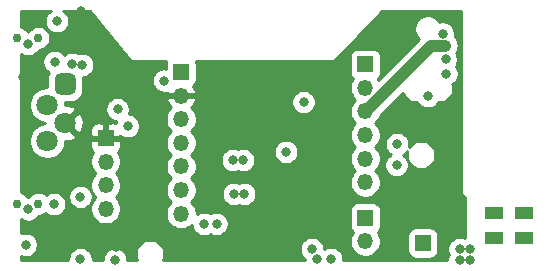
<source format=gbr>
%TF.GenerationSoftware,KiCad,Pcbnew,(5.1.6-0-10_14)*%
%TF.CreationDate,2020-10-08T00:08:50+03:00*%
%TF.ProjectId,ikea-fyrtur,696b6561-2d66-4797-9274-75722e6b6963,rev?*%
%TF.SameCoordinates,Original*%
%TF.FileFunction,Copper,L3,Inr*%
%TF.FilePolarity,Positive*%
%FSLAX46Y46*%
G04 Gerber Fmt 4.6, Leading zero omitted, Abs format (unit mm)*
G04 Created by KiCad (PCBNEW (5.1.6-0-10_14)) date 2020-10-08 00:08:50*
%MOMM*%
%LPD*%
G01*
G04 APERTURE LIST*
%TA.AperFunction,WasherPad*%
%ADD10C,0.750000*%
%TD*%
%TA.AperFunction,ViaPad*%
%ADD11R,1.500000X1.100000*%
%TD*%
%TA.AperFunction,ViaPad*%
%ADD12C,1.800000*%
%TD*%
%TA.AperFunction,ViaPad*%
%ADD13R,1.350000X1.350000*%
%TD*%
%TA.AperFunction,ViaPad*%
%ADD14O,1.350000X1.350000*%
%TD*%
%TA.AperFunction,ViaPad*%
%ADD15C,0.800000*%
%TD*%
%TA.AperFunction,Conductor*%
%ADD16C,1.000000*%
%TD*%
%TA.AperFunction,Conductor*%
%ADD17C,0.254000*%
%TD*%
G04 APERTURE END LIST*
D10*
%TO.N,*%
%TO.C,SW4*%
X90890500Y-78295500D03*
X92646500Y-78295500D03*
%TD*%
%TO.N,*%
%TO.C,SW3*%
X90890500Y-92329000D03*
X92646500Y-92329000D03*
%TD*%
D11*
%TO.N,GND*%
%TO.C,J2*%
X133794500Y-95250000D03*
%TO.N,RXD2*%
X133794500Y-93091000D03*
%TO.N,TXD2*%
X131254500Y-95250000D03*
%TO.N,+7.5V*%
X131254500Y-93091000D03*
%TD*%
%TO.N,Net-(D1-Pad4)*%
%TO.C,D1*%
%TA.AperFunction,ViaPad*%
G36*
G01*
X94495200Y-81294400D02*
X95395200Y-81294400D01*
G75*
G02*
X95845200Y-81744400I0J-450000D01*
G01*
X95845200Y-82644400D01*
G75*
G02*
X95395200Y-83094400I-450000J0D01*
G01*
X94495200Y-83094400D01*
G75*
G02*
X94045200Y-82644400I0J450000D01*
G01*
X94045200Y-81744400D01*
G75*
G02*
X94495200Y-81294400I450000J0D01*
G01*
G37*
%TD.AperFunction*%
D12*
%TO.N,GND*%
X93421200Y-83972400D03*
%TO.N,+3V3*%
X94945200Y-85496400D03*
%TO.N,Net-(D1-Pad1)*%
X93421200Y-87020400D03*
%TD*%
D13*
%TO.N,GPIO15*%
%TO.C,J8*%
X125222000Y-95656400D03*
%TD*%
D14*
%TO.N,SDA*%
%TO.C,J6*%
X98348800Y-92766400D03*
%TO.N,SCL*%
X98348800Y-90766400D03*
%TO.N,GND*%
X98348800Y-88766400D03*
D13*
%TO.N,+3V3*%
X98348800Y-86766400D03*
%TD*%
D14*
%TO.N,GND*%
%TO.C,J5*%
X120345200Y-95522800D03*
D13*
%TO.N,EXT_V*%
X120345200Y-93522800D03*
%TD*%
D14*
%TO.N,RTS*%
%TO.C,J4*%
X120345200Y-90518000D03*
%TO.N,TXD0*%
X120345200Y-88518000D03*
%TO.N,RXD0*%
X120345200Y-86518000D03*
%TO.N,VIN*%
X120345200Y-84518000D03*
%TO.N,CTS_DTR*%
X120345200Y-82518000D03*
D13*
%TO.N,GND*%
X120345200Y-80518000D03*
%TD*%
D14*
%TO.N,LED*%
%TO.C,J1*%
X104749600Y-93178400D03*
%TO.N,GPIO0_BTN_DOWN*%
X104749600Y-91178400D03*
%TO.N,TXD2*%
X104749600Y-89178400D03*
%TO.N,RXD2*%
X104749600Y-87178400D03*
%TO.N,BTN_UP*%
X104749600Y-85178400D03*
%TO.N,+3V3*%
X104749600Y-83178400D03*
D13*
%TO.N,GND*%
X104749600Y-81178400D03*
%TD*%
D15*
%TO.N,EN*%
X100228400Y-85750400D03*
%TO.N,GND*%
X91592400Y-95808800D03*
X125628400Y-83210400D03*
X91795600Y-92811600D03*
X91795600Y-78790800D03*
X99161600Y-97078800D03*
X96215200Y-97028000D03*
X127203200Y-81330800D03*
X96367600Y-80568800D03*
X95504000Y-80518000D03*
X129235200Y-97078800D03*
X129235200Y-96164400D03*
X128320800Y-97078800D03*
X128320800Y-96164400D03*
X110083600Y-91490800D03*
X109220000Y-91490800D03*
X109118400Y-88646000D03*
X107746800Y-94030800D03*
X106680000Y-94030800D03*
X109982000Y-88646000D03*
X117449600Y-97028000D03*
X115824000Y-96164400D03*
X116230400Y-97028000D03*
X123037600Y-87274400D03*
X122986800Y-89052400D03*
%TO.N,+3V3*%
X97790000Y-84328000D03*
X95707200Y-94030800D03*
X99212400Y-96012000D03*
X98614200Y-95187800D03*
X99833400Y-95187800D03*
X113334800Y-83718400D03*
X95656400Y-76606400D03*
X112522000Y-88646000D03*
X111556800Y-88646000D03*
X107645200Y-88646000D03*
X106781600Y-88646000D03*
X112471200Y-91490800D03*
X111506000Y-91490800D03*
X113080800Y-94742000D03*
X111912400Y-94742000D03*
X110693200Y-94742000D03*
X96266000Y-75996800D03*
X91338400Y-81635600D03*
%TO.N,TXD0*%
X127152400Y-80111600D03*
%TO.N,RST*%
X103305833Y-81910967D03*
%TO.N,Net-(R11-Pad1)*%
X93980000Y-92354400D03*
%TO.N,Net-(R10-Pad2)*%
X94030800Y-80314800D03*
%TO.N,Net-(R14-Pad2)*%
X115112800Y-83718400D03*
%TO.N,LED*%
X96215200Y-91744800D03*
%TO.N,BTN_UP*%
X94234000Y-76860400D03*
%TO.N,GPIO0_BTN_DOWN*%
X113639600Y-87934800D03*
%TO.N,SCL*%
X99364800Y-84328000D03*
%TO.N,VIN*%
X127152400Y-78892400D03*
X126898400Y-77927200D03*
%TD*%
D16*
%TO.N,VIN*%
X120345200Y-84531200D02*
X120345200Y-84670400D01*
X125937677Y-78938723D02*
X120345200Y-84531200D01*
X127097123Y-78938723D02*
X125937677Y-78938723D01*
%TD*%
D17*
%TO.N,+3V3*%
G36*
X93574226Y-76056463D02*
G01*
X93430063Y-76200626D01*
X93316795Y-76370144D01*
X93238774Y-76558502D01*
X93199000Y-76758461D01*
X93199000Y-76962339D01*
X93238774Y-77162298D01*
X93316795Y-77350656D01*
X93430063Y-77520174D01*
X93574226Y-77664337D01*
X93743744Y-77777605D01*
X93932102Y-77855626D01*
X94132061Y-77895400D01*
X94335939Y-77895400D01*
X94535898Y-77855626D01*
X94724256Y-77777605D01*
X94893774Y-77664337D01*
X95037937Y-77520174D01*
X95151205Y-77350656D01*
X95229226Y-77162298D01*
X95269000Y-76962339D01*
X95269000Y-76758461D01*
X95229226Y-76558502D01*
X95151205Y-76370144D01*
X95037937Y-76200626D01*
X94893774Y-76056463D01*
X94765869Y-75971000D01*
X96998006Y-75971000D01*
X100383336Y-80191069D01*
X100400743Y-80208868D01*
X100421288Y-80222930D01*
X100444182Y-80232713D01*
X100468544Y-80237842D01*
X100482400Y-80238600D01*
X103496120Y-80238600D01*
X103485098Y-80259220D01*
X103448788Y-80378918D01*
X103436528Y-80503400D01*
X103436528Y-80881687D01*
X103407772Y-80875967D01*
X103203894Y-80875967D01*
X103003935Y-80915741D01*
X102815577Y-80993762D01*
X102646059Y-81107030D01*
X102501896Y-81251193D01*
X102388628Y-81420711D01*
X102310607Y-81609069D01*
X102270833Y-81809028D01*
X102270833Y-82012906D01*
X102310607Y-82212865D01*
X102388628Y-82401223D01*
X102501896Y-82570741D01*
X102646059Y-82714904D01*
X102815577Y-82828172D01*
X103003935Y-82906193D01*
X103203894Y-82945967D01*
X103407772Y-82945967D01*
X103526513Y-82922348D01*
X103605376Y-83051400D01*
X104622600Y-83051400D01*
X104622600Y-83031400D01*
X104876600Y-83031400D01*
X104876600Y-83051400D01*
X105893824Y-83051400D01*
X106017510Y-82849000D01*
X105986838Y-82747872D01*
X105879073Y-82514771D01*
X105782041Y-82381519D01*
X105875785Y-82304585D01*
X105955137Y-82207894D01*
X106014102Y-82097580D01*
X106050412Y-81977882D01*
X106062672Y-81853400D01*
X106062672Y-80503400D01*
X106050412Y-80378918D01*
X106014102Y-80259220D01*
X106003080Y-80238600D01*
X117652800Y-80238600D01*
X117677576Y-80236160D01*
X117701401Y-80228933D01*
X117723357Y-80217197D01*
X117745131Y-80198801D01*
X118081165Y-79843000D01*
X119032128Y-79843000D01*
X119032128Y-81193000D01*
X119044388Y-81317482D01*
X119080698Y-81437180D01*
X119139663Y-81547494D01*
X119219015Y-81644185D01*
X119305897Y-81715487D01*
X119184293Y-81897482D01*
X119085542Y-82135887D01*
X119035200Y-82388976D01*
X119035200Y-82647024D01*
X119085542Y-82900113D01*
X119184293Y-83138518D01*
X119327656Y-83353077D01*
X119492579Y-83518000D01*
X119327656Y-83682923D01*
X119184293Y-83897482D01*
X119085542Y-84135887D01*
X119035200Y-84388976D01*
X119035200Y-84647024D01*
X119085542Y-84900113D01*
X119184293Y-85138518D01*
X119327656Y-85353077D01*
X119492579Y-85518000D01*
X119327656Y-85682923D01*
X119184293Y-85897482D01*
X119085542Y-86135887D01*
X119035200Y-86388976D01*
X119035200Y-86647024D01*
X119085542Y-86900113D01*
X119184293Y-87138518D01*
X119327656Y-87353077D01*
X119492579Y-87518000D01*
X119327656Y-87682923D01*
X119184293Y-87897482D01*
X119085542Y-88135887D01*
X119035200Y-88388976D01*
X119035200Y-88647024D01*
X119085542Y-88900113D01*
X119184293Y-89138518D01*
X119327656Y-89353077D01*
X119492579Y-89518000D01*
X119327656Y-89682923D01*
X119184293Y-89897482D01*
X119085542Y-90135887D01*
X119035200Y-90388976D01*
X119035200Y-90647024D01*
X119085542Y-90900113D01*
X119184293Y-91138518D01*
X119327656Y-91353077D01*
X119510123Y-91535544D01*
X119724682Y-91678907D01*
X119963087Y-91777658D01*
X120216176Y-91828000D01*
X120474224Y-91828000D01*
X120727313Y-91777658D01*
X120965718Y-91678907D01*
X121180277Y-91535544D01*
X121362744Y-91353077D01*
X121506107Y-91138518D01*
X121604858Y-90900113D01*
X121655200Y-90647024D01*
X121655200Y-90388976D01*
X121604858Y-90135887D01*
X121506107Y-89897482D01*
X121362744Y-89682923D01*
X121197821Y-89518000D01*
X121362744Y-89353077D01*
X121506107Y-89138518D01*
X121584003Y-88950461D01*
X121951800Y-88950461D01*
X121951800Y-89154339D01*
X121991574Y-89354298D01*
X122069595Y-89542656D01*
X122182863Y-89712174D01*
X122327026Y-89856337D01*
X122496544Y-89969605D01*
X122684902Y-90047626D01*
X122884861Y-90087400D01*
X123088739Y-90087400D01*
X123288698Y-90047626D01*
X123477056Y-89969605D01*
X123646574Y-89856337D01*
X123790737Y-89712174D01*
X123904005Y-89542656D01*
X123982026Y-89354298D01*
X124021800Y-89154339D01*
X124021800Y-88950461D01*
X123982026Y-88750502D01*
X123904005Y-88562144D01*
X123790737Y-88392626D01*
X123646574Y-88248463D01*
X123544668Y-88180372D01*
X123697374Y-88078337D01*
X123841537Y-87934174D01*
X123904168Y-87840440D01*
X123858600Y-88069527D01*
X123858600Y-88308073D01*
X123905138Y-88542036D01*
X123996425Y-88762424D01*
X124128954Y-88960768D01*
X124297632Y-89129446D01*
X124495976Y-89261975D01*
X124716364Y-89353262D01*
X124950327Y-89399800D01*
X125188873Y-89399800D01*
X125422836Y-89353262D01*
X125643224Y-89261975D01*
X125841568Y-89129446D01*
X126010246Y-88960768D01*
X126142775Y-88762424D01*
X126234062Y-88542036D01*
X126280600Y-88308073D01*
X126280600Y-88069527D01*
X126234062Y-87835564D01*
X126142775Y-87615176D01*
X126010246Y-87416832D01*
X125841568Y-87248154D01*
X125643224Y-87115625D01*
X125422836Y-87024338D01*
X125188873Y-86977800D01*
X124950327Y-86977800D01*
X124716364Y-87024338D01*
X124495976Y-87115625D01*
X124297632Y-87248154D01*
X124128954Y-87416832D01*
X124037244Y-87554085D01*
X124072600Y-87376339D01*
X124072600Y-87172461D01*
X124032826Y-86972502D01*
X123954805Y-86784144D01*
X123841537Y-86614626D01*
X123697374Y-86470463D01*
X123527856Y-86357195D01*
X123339498Y-86279174D01*
X123139539Y-86239400D01*
X122935661Y-86239400D01*
X122735702Y-86279174D01*
X122547344Y-86357195D01*
X122377826Y-86470463D01*
X122233663Y-86614626D01*
X122120395Y-86784144D01*
X122042374Y-86972502D01*
X122002600Y-87172461D01*
X122002600Y-87376339D01*
X122042374Y-87576298D01*
X122120395Y-87764656D01*
X122233663Y-87934174D01*
X122377826Y-88078337D01*
X122479732Y-88146428D01*
X122327026Y-88248463D01*
X122182863Y-88392626D01*
X122069595Y-88562144D01*
X121991574Y-88750502D01*
X121951800Y-88950461D01*
X121584003Y-88950461D01*
X121604858Y-88900113D01*
X121655200Y-88647024D01*
X121655200Y-88388976D01*
X121604858Y-88135887D01*
X121506107Y-87897482D01*
X121362744Y-87682923D01*
X121197821Y-87518000D01*
X121362744Y-87353077D01*
X121506107Y-87138518D01*
X121604858Y-86900113D01*
X121655200Y-86647024D01*
X121655200Y-86388976D01*
X121604858Y-86135887D01*
X121506107Y-85897482D01*
X121362744Y-85682923D01*
X121197821Y-85518000D01*
X121362744Y-85353077D01*
X121506107Y-85138518D01*
X121604858Y-84900113D01*
X121610678Y-84870853D01*
X123533005Y-82948526D01*
X123610741Y-83136198D01*
X123734439Y-83321324D01*
X123891876Y-83478761D01*
X124077002Y-83602459D01*
X124282704Y-83687663D01*
X124501075Y-83731100D01*
X124723725Y-83731100D01*
X124730620Y-83729728D01*
X124824463Y-83870174D01*
X124968626Y-84014337D01*
X125138144Y-84127605D01*
X125326502Y-84205626D01*
X125526461Y-84245400D01*
X125730339Y-84245400D01*
X125930298Y-84205626D01*
X126118656Y-84127605D01*
X126288174Y-84014337D01*
X126432337Y-83870174D01*
X126526180Y-83729728D01*
X126533075Y-83731100D01*
X126755725Y-83731100D01*
X126974096Y-83687663D01*
X127179798Y-83602459D01*
X127364924Y-83478761D01*
X127522361Y-83321324D01*
X127646059Y-83136198D01*
X127731263Y-82930496D01*
X127774700Y-82712125D01*
X127774700Y-82489475D01*
X127731263Y-82271104D01*
X127715574Y-82233226D01*
X127862974Y-82134737D01*
X128007137Y-81990574D01*
X128120405Y-81821056D01*
X128198426Y-81632698D01*
X128238200Y-81432739D01*
X128238200Y-81228861D01*
X128198426Y-81028902D01*
X128120405Y-80840544D01*
X128015262Y-80683186D01*
X128069605Y-80601856D01*
X128147626Y-80413498D01*
X128187400Y-80213539D01*
X128187400Y-80009661D01*
X128147626Y-79809702D01*
X128069605Y-79621344D01*
X128040699Y-79578083D01*
X128045407Y-79572346D01*
X128150799Y-79375170D01*
X128215700Y-79161222D01*
X128237614Y-78938723D01*
X128215700Y-78716224D01*
X128150799Y-78502276D01*
X128045407Y-78305100D01*
X127911068Y-78141408D01*
X127933400Y-78029139D01*
X127933400Y-77825261D01*
X127893626Y-77625302D01*
X127815605Y-77436944D01*
X127702337Y-77267426D01*
X127558174Y-77123263D01*
X127388656Y-77009995D01*
X127200298Y-76931974D01*
X127000339Y-76892200D01*
X126796461Y-76892200D01*
X126596502Y-76931974D01*
X126594824Y-76932669D01*
X126506361Y-76800276D01*
X126348924Y-76642839D01*
X126163798Y-76519141D01*
X125958096Y-76433937D01*
X125739725Y-76390500D01*
X125517075Y-76390500D01*
X125298704Y-76433937D01*
X125093002Y-76519141D01*
X124907876Y-76642839D01*
X124750439Y-76800276D01*
X124626741Y-76985402D01*
X124541537Y-77191104D01*
X124498100Y-77409475D01*
X124498100Y-77632125D01*
X124541537Y-77850496D01*
X124626741Y-78056198D01*
X124750439Y-78241324D01*
X124890192Y-78381077D01*
X121453107Y-81818162D01*
X121384503Y-81715487D01*
X121471385Y-81644185D01*
X121550737Y-81547494D01*
X121609702Y-81437180D01*
X121646012Y-81317482D01*
X121658272Y-81193000D01*
X121658272Y-79843000D01*
X121646012Y-79718518D01*
X121609702Y-79598820D01*
X121550737Y-79488506D01*
X121471385Y-79391815D01*
X121374694Y-79312463D01*
X121264380Y-79253498D01*
X121144682Y-79217188D01*
X121020200Y-79204928D01*
X119670200Y-79204928D01*
X119545718Y-79217188D01*
X119426020Y-79253498D01*
X119315706Y-79312463D01*
X119219015Y-79391815D01*
X119139663Y-79488506D01*
X119080698Y-79598820D01*
X119044388Y-79718518D01*
X119032128Y-79843000D01*
X118081165Y-79843000D01*
X121738054Y-75971000D01*
X128435501Y-75971000D01*
X128435500Y-91153581D01*
X128432307Y-91186000D01*
X128445050Y-91315383D01*
X128482790Y-91439793D01*
X128544075Y-91554450D01*
X128626552Y-91654948D01*
X128727050Y-91737425D01*
X128766115Y-91758305D01*
X128758145Y-95225279D01*
X128622698Y-95169174D01*
X128422739Y-95129400D01*
X128218861Y-95129400D01*
X128018902Y-95169174D01*
X127830544Y-95247195D01*
X127661026Y-95360463D01*
X127516863Y-95504626D01*
X127403595Y-95674144D01*
X127325574Y-95862502D01*
X127285800Y-96062461D01*
X127285800Y-96266339D01*
X127325574Y-96466298D01*
X127389903Y-96621600D01*
X127325574Y-96776902D01*
X127285800Y-96976861D01*
X127285800Y-97130000D01*
X118484588Y-97130000D01*
X118484600Y-97129939D01*
X118484600Y-96926061D01*
X118444826Y-96726102D01*
X118366805Y-96537744D01*
X118253537Y-96368226D01*
X118109374Y-96224063D01*
X117939856Y-96110795D01*
X117751498Y-96032774D01*
X117551539Y-95993000D01*
X117347661Y-95993000D01*
X117147702Y-96032774D01*
X116959344Y-96110795D01*
X116859000Y-96177843D01*
X116859000Y-96062461D01*
X116819226Y-95862502D01*
X116741205Y-95674144D01*
X116627937Y-95504626D01*
X116483774Y-95360463D01*
X116314256Y-95247195D01*
X116125898Y-95169174D01*
X115925939Y-95129400D01*
X115722061Y-95129400D01*
X115522102Y-95169174D01*
X115333744Y-95247195D01*
X115164226Y-95360463D01*
X115020063Y-95504626D01*
X114906795Y-95674144D01*
X114828774Y-95862502D01*
X114789000Y-96062461D01*
X114789000Y-96266339D01*
X114828774Y-96466298D01*
X114906795Y-96654656D01*
X115020063Y-96824174D01*
X115164226Y-96968337D01*
X115195400Y-96989167D01*
X115195400Y-97129939D01*
X115195412Y-97130000D01*
X103187150Y-97130000D01*
X103272462Y-96924036D01*
X103319000Y-96690073D01*
X103319000Y-96451527D01*
X103272462Y-96217564D01*
X103181175Y-95997176D01*
X103048646Y-95798832D01*
X102879968Y-95630154D01*
X102681624Y-95497625D01*
X102461236Y-95406338D01*
X102227273Y-95359800D01*
X101988727Y-95359800D01*
X101754764Y-95406338D01*
X101534376Y-95497625D01*
X101336032Y-95630154D01*
X101167354Y-95798832D01*
X101034825Y-95997176D01*
X100943538Y-96217564D01*
X100897000Y-96451527D01*
X100897000Y-96690073D01*
X100943538Y-96924036D01*
X101028850Y-97130000D01*
X100196600Y-97130000D01*
X100196600Y-96976861D01*
X100156826Y-96776902D01*
X100078805Y-96588544D01*
X99965537Y-96419026D01*
X99821374Y-96274863D01*
X99651856Y-96161595D01*
X99463498Y-96083574D01*
X99263539Y-96043800D01*
X99059661Y-96043800D01*
X98859702Y-96083574D01*
X98671344Y-96161595D01*
X98501826Y-96274863D01*
X98357663Y-96419026D01*
X98244395Y-96588544D01*
X98166374Y-96776902D01*
X98126600Y-96976861D01*
X98126600Y-97130000D01*
X97250188Y-97130000D01*
X97250200Y-97129939D01*
X97250200Y-96926061D01*
X97210426Y-96726102D01*
X97132405Y-96537744D01*
X97019137Y-96368226D01*
X96874974Y-96224063D01*
X96705456Y-96110795D01*
X96517098Y-96032774D01*
X96317139Y-95993000D01*
X96113261Y-95993000D01*
X95913302Y-96032774D01*
X95724944Y-96110795D01*
X95555426Y-96224063D01*
X95411263Y-96368226D01*
X95297995Y-96537744D01*
X95219974Y-96726102D01*
X95180200Y-96926061D01*
X95180200Y-97129939D01*
X95180212Y-97130000D01*
X91211000Y-97130000D01*
X91211000Y-96771095D01*
X91290502Y-96804026D01*
X91490461Y-96843800D01*
X91694339Y-96843800D01*
X91894298Y-96804026D01*
X92082656Y-96726005D01*
X92252174Y-96612737D01*
X92396337Y-96468574D01*
X92509605Y-96299056D01*
X92587626Y-96110698D01*
X92627400Y-95910739D01*
X92627400Y-95706861D01*
X92587626Y-95506902D01*
X92509605Y-95318544D01*
X92396337Y-95149026D01*
X92252174Y-95004863D01*
X92082656Y-94891595D01*
X91894298Y-94813574D01*
X91694339Y-94773800D01*
X91490461Y-94773800D01*
X91290502Y-94813574D01*
X91211000Y-94846505D01*
X91211000Y-93665767D01*
X91305344Y-93728805D01*
X91493702Y-93806826D01*
X91693661Y-93846600D01*
X91897539Y-93846600D01*
X92097498Y-93806826D01*
X92285856Y-93728805D01*
X92455374Y-93615537D01*
X92599537Y-93471374D01*
X92687986Y-93339000D01*
X92745976Y-93339000D01*
X92941106Y-93300186D01*
X93124914Y-93224050D01*
X93281387Y-93119498D01*
X93320226Y-93158337D01*
X93489744Y-93271605D01*
X93678102Y-93349626D01*
X93878061Y-93389400D01*
X94081939Y-93389400D01*
X94281898Y-93349626D01*
X94470256Y-93271605D01*
X94639774Y-93158337D01*
X94783937Y-93014174D01*
X94897205Y-92844656D01*
X94975226Y-92656298D01*
X95015000Y-92456339D01*
X95015000Y-92252461D01*
X94975226Y-92052502D01*
X94897205Y-91864144D01*
X94783937Y-91694626D01*
X94732172Y-91642861D01*
X95180200Y-91642861D01*
X95180200Y-91846739D01*
X95219974Y-92046698D01*
X95297995Y-92235056D01*
X95411263Y-92404574D01*
X95555426Y-92548737D01*
X95724944Y-92662005D01*
X95913302Y-92740026D01*
X96113261Y-92779800D01*
X96317139Y-92779800D01*
X96517098Y-92740026D01*
X96705456Y-92662005D01*
X96874974Y-92548737D01*
X97019137Y-92404574D01*
X97132405Y-92235056D01*
X97210426Y-92046698D01*
X97250200Y-91846739D01*
X97250200Y-91642861D01*
X97210426Y-91442902D01*
X97132405Y-91254544D01*
X97019137Y-91085026D01*
X96874974Y-90940863D01*
X96705456Y-90827595D01*
X96517098Y-90749574D01*
X96317139Y-90709800D01*
X96113261Y-90709800D01*
X95913302Y-90749574D01*
X95724944Y-90827595D01*
X95555426Y-90940863D01*
X95411263Y-91085026D01*
X95297995Y-91254544D01*
X95219974Y-91442902D01*
X95180200Y-91642861D01*
X94732172Y-91642861D01*
X94639774Y-91550463D01*
X94470256Y-91437195D01*
X94281898Y-91359174D01*
X94081939Y-91319400D01*
X93878061Y-91319400D01*
X93678102Y-91359174D01*
X93489744Y-91437195D01*
X93320226Y-91550463D01*
X93308272Y-91562417D01*
X93290337Y-91544482D01*
X93124914Y-91433950D01*
X92941106Y-91357814D01*
X92745976Y-91319000D01*
X92547024Y-91319000D01*
X92351894Y-91357814D01*
X92168086Y-91433950D01*
X92002663Y-91544482D01*
X91861982Y-91685163D01*
X91800886Y-91776600D01*
X91736114Y-91776600D01*
X91675018Y-91685163D01*
X91534337Y-91544482D01*
X91368914Y-91433950D01*
X91211000Y-91368540D01*
X91211000Y-83821216D01*
X91886200Y-83821216D01*
X91886200Y-84123584D01*
X91945189Y-84420143D01*
X92060901Y-84699495D01*
X92228888Y-84950905D01*
X92442695Y-85164712D01*
X92694105Y-85332699D01*
X92973457Y-85448411D01*
X93214715Y-85496400D01*
X92973457Y-85544389D01*
X92694105Y-85660101D01*
X92442695Y-85828088D01*
X92228888Y-86041895D01*
X92060901Y-86293305D01*
X91945189Y-86572657D01*
X91886200Y-86869216D01*
X91886200Y-87171584D01*
X91945189Y-87468143D01*
X92060901Y-87747495D01*
X92228888Y-87998905D01*
X92442695Y-88212712D01*
X92694105Y-88380699D01*
X92973457Y-88496411D01*
X93270016Y-88555400D01*
X93572384Y-88555400D01*
X93868943Y-88496411D01*
X94148295Y-88380699D01*
X94399705Y-88212712D01*
X94613512Y-87998905D01*
X94781499Y-87747495D01*
X94897211Y-87468143D01*
X94902530Y-87441400D01*
X97035728Y-87441400D01*
X97047988Y-87565882D01*
X97084298Y-87685580D01*
X97143263Y-87795894D01*
X97222615Y-87892585D01*
X97309497Y-87963887D01*
X97187893Y-88145882D01*
X97089142Y-88384287D01*
X97038800Y-88637376D01*
X97038800Y-88895424D01*
X97089142Y-89148513D01*
X97187893Y-89386918D01*
X97331256Y-89601477D01*
X97496179Y-89766400D01*
X97331256Y-89931323D01*
X97187893Y-90145882D01*
X97089142Y-90384287D01*
X97038800Y-90637376D01*
X97038800Y-90895424D01*
X97089142Y-91148513D01*
X97187893Y-91386918D01*
X97331256Y-91601477D01*
X97496179Y-91766400D01*
X97331256Y-91931323D01*
X97187893Y-92145882D01*
X97089142Y-92384287D01*
X97038800Y-92637376D01*
X97038800Y-92895424D01*
X97089142Y-93148513D01*
X97187893Y-93386918D01*
X97331256Y-93601477D01*
X97513723Y-93783944D01*
X97728282Y-93927307D01*
X97966687Y-94026058D01*
X98219776Y-94076400D01*
X98477824Y-94076400D01*
X98730913Y-94026058D01*
X98969318Y-93927307D01*
X99183877Y-93783944D01*
X99366344Y-93601477D01*
X99509707Y-93386918D01*
X99608458Y-93148513D01*
X99658800Y-92895424D01*
X99658800Y-92637376D01*
X99608458Y-92384287D01*
X99509707Y-92145882D01*
X99366344Y-91931323D01*
X99201421Y-91766400D01*
X99366344Y-91601477D01*
X99509707Y-91386918D01*
X99608458Y-91148513D01*
X99658800Y-90895424D01*
X99658800Y-90637376D01*
X99608458Y-90384287D01*
X99509707Y-90145882D01*
X99366344Y-89931323D01*
X99201421Y-89766400D01*
X99366344Y-89601477D01*
X99509707Y-89386918D01*
X99608458Y-89148513D01*
X99658800Y-88895424D01*
X99658800Y-88637376D01*
X99608458Y-88384287D01*
X99509707Y-88145882D01*
X99388103Y-87963887D01*
X99474985Y-87892585D01*
X99554337Y-87795894D01*
X99613302Y-87685580D01*
X99649612Y-87565882D01*
X99661872Y-87441400D01*
X99658800Y-87052150D01*
X99500050Y-86893400D01*
X98475800Y-86893400D01*
X98475800Y-86913400D01*
X98221800Y-86913400D01*
X98221800Y-86893400D01*
X97197550Y-86893400D01*
X97038800Y-87052150D01*
X97035728Y-87441400D01*
X94902530Y-87441400D01*
X94956200Y-87171584D01*
X94956200Y-87034332D01*
X95011753Y-87037391D01*
X95311107Y-86994797D01*
X95596399Y-86894622D01*
X95745992Y-86814661D01*
X95829675Y-86560480D01*
X94945200Y-85676005D01*
X94931058Y-85690148D01*
X94751453Y-85510543D01*
X94765595Y-85496400D01*
X95124805Y-85496400D01*
X96009280Y-86380875D01*
X96263461Y-86297192D01*
X96362290Y-86091400D01*
X97035728Y-86091400D01*
X97038800Y-86480650D01*
X97197550Y-86639400D01*
X98221800Y-86639400D01*
X98221800Y-85615150D01*
X98063050Y-85456400D01*
X97673800Y-85453328D01*
X97549318Y-85465588D01*
X97429620Y-85501898D01*
X97319306Y-85560863D01*
X97222615Y-85640215D01*
X97143263Y-85736906D01*
X97084298Y-85847220D01*
X97047988Y-85966918D01*
X97035728Y-86091400D01*
X96362290Y-86091400D01*
X96394358Y-86024625D01*
X96469565Y-85731758D01*
X96486191Y-85429847D01*
X96443597Y-85130493D01*
X96343422Y-84845201D01*
X96263461Y-84695608D01*
X96009280Y-84611925D01*
X95124805Y-85496400D01*
X94765595Y-85496400D01*
X94751453Y-85482258D01*
X94931058Y-85302653D01*
X94945200Y-85316795D01*
X95829675Y-84432320D01*
X95761770Y-84226061D01*
X98329800Y-84226061D01*
X98329800Y-84429939D01*
X98369574Y-84629898D01*
X98447595Y-84818256D01*
X98560863Y-84987774D01*
X98705026Y-85131937D01*
X98874544Y-85245205D01*
X99062902Y-85323226D01*
X99262861Y-85363000D01*
X99268590Y-85363000D01*
X99233174Y-85448502D01*
X99225138Y-85488902D01*
X99148282Y-85465588D01*
X99023800Y-85453328D01*
X98634550Y-85456400D01*
X98475800Y-85615150D01*
X98475800Y-86639400D01*
X99500050Y-86639400D01*
X99578509Y-86560941D01*
X99738144Y-86667605D01*
X99926502Y-86745626D01*
X100126461Y-86785400D01*
X100330339Y-86785400D01*
X100530298Y-86745626D01*
X100718656Y-86667605D01*
X100888174Y-86554337D01*
X101032337Y-86410174D01*
X101145605Y-86240656D01*
X101223626Y-86052298D01*
X101263400Y-85852339D01*
X101263400Y-85648461D01*
X101223626Y-85448502D01*
X101145605Y-85260144D01*
X101032337Y-85090626D01*
X100991087Y-85049376D01*
X103439600Y-85049376D01*
X103439600Y-85307424D01*
X103489942Y-85560513D01*
X103588693Y-85798918D01*
X103732056Y-86013477D01*
X103896979Y-86178400D01*
X103732056Y-86343323D01*
X103588693Y-86557882D01*
X103489942Y-86796287D01*
X103439600Y-87049376D01*
X103439600Y-87307424D01*
X103489942Y-87560513D01*
X103588693Y-87798918D01*
X103732056Y-88013477D01*
X103896979Y-88178400D01*
X103732056Y-88343323D01*
X103588693Y-88557882D01*
X103489942Y-88796287D01*
X103439600Y-89049376D01*
X103439600Y-89307424D01*
X103489942Y-89560513D01*
X103588693Y-89798918D01*
X103732056Y-90013477D01*
X103896979Y-90178400D01*
X103732056Y-90343323D01*
X103588693Y-90557882D01*
X103489942Y-90796287D01*
X103439600Y-91049376D01*
X103439600Y-91307424D01*
X103489942Y-91560513D01*
X103588693Y-91798918D01*
X103732056Y-92013477D01*
X103896979Y-92178400D01*
X103732056Y-92343323D01*
X103588693Y-92557882D01*
X103489942Y-92796287D01*
X103439600Y-93049376D01*
X103439600Y-93307424D01*
X103489942Y-93560513D01*
X103588693Y-93798918D01*
X103732056Y-94013477D01*
X103914523Y-94195944D01*
X104129082Y-94339307D01*
X104367487Y-94438058D01*
X104620576Y-94488400D01*
X104878624Y-94488400D01*
X105131713Y-94438058D01*
X105370118Y-94339307D01*
X105584677Y-94195944D01*
X105645478Y-94135143D01*
X105684774Y-94332698D01*
X105762795Y-94521056D01*
X105876063Y-94690574D01*
X106020226Y-94834737D01*
X106189744Y-94948005D01*
X106378102Y-95026026D01*
X106578061Y-95065800D01*
X106781939Y-95065800D01*
X106981898Y-95026026D01*
X107170256Y-94948005D01*
X107213400Y-94919177D01*
X107256544Y-94948005D01*
X107444902Y-95026026D01*
X107644861Y-95065800D01*
X107848739Y-95065800D01*
X108048698Y-95026026D01*
X108237056Y-94948005D01*
X108406574Y-94834737D01*
X108550737Y-94690574D01*
X108664005Y-94521056D01*
X108742026Y-94332698D01*
X108781800Y-94132739D01*
X108781800Y-93928861D01*
X108742026Y-93728902D01*
X108664005Y-93540544D01*
X108550737Y-93371026D01*
X108406574Y-93226863D01*
X108237056Y-93113595D01*
X108048698Y-93035574D01*
X107848739Y-92995800D01*
X107644861Y-92995800D01*
X107444902Y-93035574D01*
X107256544Y-93113595D01*
X107213400Y-93142423D01*
X107170256Y-93113595D01*
X106981898Y-93035574D01*
X106781939Y-92995800D01*
X106578061Y-92995800D01*
X106378102Y-93035574D01*
X106189744Y-93113595D01*
X106059600Y-93200554D01*
X106059600Y-93049376D01*
X106019505Y-92847800D01*
X119032128Y-92847800D01*
X119032128Y-94197800D01*
X119044388Y-94322282D01*
X119080698Y-94441980D01*
X119139663Y-94552294D01*
X119219015Y-94648985D01*
X119305897Y-94720287D01*
X119184293Y-94902282D01*
X119085542Y-95140687D01*
X119035200Y-95393776D01*
X119035200Y-95651824D01*
X119085542Y-95904913D01*
X119184293Y-96143318D01*
X119327656Y-96357877D01*
X119510123Y-96540344D01*
X119724682Y-96683707D01*
X119963087Y-96782458D01*
X120216176Y-96832800D01*
X120474224Y-96832800D01*
X120727313Y-96782458D01*
X120965718Y-96683707D01*
X121180277Y-96540344D01*
X121362744Y-96357877D01*
X121506107Y-96143318D01*
X121604858Y-95904913D01*
X121655200Y-95651824D01*
X121655200Y-95393776D01*
X121604858Y-95140687D01*
X121538879Y-94981400D01*
X123908928Y-94981400D01*
X123908928Y-96331400D01*
X123921188Y-96455882D01*
X123957498Y-96575580D01*
X124016463Y-96685894D01*
X124095815Y-96782585D01*
X124192506Y-96861937D01*
X124302820Y-96920902D01*
X124422518Y-96957212D01*
X124547000Y-96969472D01*
X125897000Y-96969472D01*
X126021482Y-96957212D01*
X126141180Y-96920902D01*
X126251494Y-96861937D01*
X126348185Y-96782585D01*
X126427537Y-96685894D01*
X126486502Y-96575580D01*
X126522812Y-96455882D01*
X126535072Y-96331400D01*
X126535072Y-94981400D01*
X126522812Y-94856918D01*
X126486502Y-94737220D01*
X126427537Y-94626906D01*
X126348185Y-94530215D01*
X126251494Y-94450863D01*
X126141180Y-94391898D01*
X126021482Y-94355588D01*
X125897000Y-94343328D01*
X124547000Y-94343328D01*
X124422518Y-94355588D01*
X124302820Y-94391898D01*
X124192506Y-94450863D01*
X124095815Y-94530215D01*
X124016463Y-94626906D01*
X123957498Y-94737220D01*
X123921188Y-94856918D01*
X123908928Y-94981400D01*
X121538879Y-94981400D01*
X121506107Y-94902282D01*
X121384503Y-94720287D01*
X121471385Y-94648985D01*
X121550737Y-94552294D01*
X121609702Y-94441980D01*
X121646012Y-94322282D01*
X121658272Y-94197800D01*
X121658272Y-92847800D01*
X121646012Y-92723318D01*
X121609702Y-92603620D01*
X121550737Y-92493306D01*
X121471385Y-92396615D01*
X121374694Y-92317263D01*
X121264380Y-92258298D01*
X121144682Y-92221988D01*
X121020200Y-92209728D01*
X119670200Y-92209728D01*
X119545718Y-92221988D01*
X119426020Y-92258298D01*
X119315706Y-92317263D01*
X119219015Y-92396615D01*
X119139663Y-92493306D01*
X119080698Y-92603620D01*
X119044388Y-92723318D01*
X119032128Y-92847800D01*
X106019505Y-92847800D01*
X106009258Y-92796287D01*
X105910507Y-92557882D01*
X105767144Y-92343323D01*
X105602221Y-92178400D01*
X105767144Y-92013477D01*
X105910507Y-91798918D01*
X106009258Y-91560513D01*
X106043401Y-91388861D01*
X108185000Y-91388861D01*
X108185000Y-91592739D01*
X108224774Y-91792698D01*
X108302795Y-91981056D01*
X108416063Y-92150574D01*
X108560226Y-92294737D01*
X108729744Y-92408005D01*
X108918102Y-92486026D01*
X109118061Y-92525800D01*
X109321939Y-92525800D01*
X109521898Y-92486026D01*
X109651800Y-92432218D01*
X109781702Y-92486026D01*
X109981661Y-92525800D01*
X110185539Y-92525800D01*
X110385498Y-92486026D01*
X110573856Y-92408005D01*
X110743374Y-92294737D01*
X110887537Y-92150574D01*
X111000805Y-91981056D01*
X111078826Y-91792698D01*
X111118600Y-91592739D01*
X111118600Y-91388861D01*
X111078826Y-91188902D01*
X111000805Y-91000544D01*
X110887537Y-90831026D01*
X110743374Y-90686863D01*
X110573856Y-90573595D01*
X110385498Y-90495574D01*
X110185539Y-90455800D01*
X109981661Y-90455800D01*
X109781702Y-90495574D01*
X109651800Y-90549382D01*
X109521898Y-90495574D01*
X109321939Y-90455800D01*
X109118061Y-90455800D01*
X108918102Y-90495574D01*
X108729744Y-90573595D01*
X108560226Y-90686863D01*
X108416063Y-90831026D01*
X108302795Y-91000544D01*
X108224774Y-91188902D01*
X108185000Y-91388861D01*
X106043401Y-91388861D01*
X106059600Y-91307424D01*
X106059600Y-91049376D01*
X106009258Y-90796287D01*
X105910507Y-90557882D01*
X105767144Y-90343323D01*
X105602221Y-90178400D01*
X105767144Y-90013477D01*
X105910507Y-89798918D01*
X106009258Y-89560513D01*
X106059600Y-89307424D01*
X106059600Y-89049376D01*
X106009258Y-88796287D01*
X105910507Y-88557882D01*
X105901273Y-88544061D01*
X108083400Y-88544061D01*
X108083400Y-88747939D01*
X108123174Y-88947898D01*
X108201195Y-89136256D01*
X108314463Y-89305774D01*
X108458626Y-89449937D01*
X108628144Y-89563205D01*
X108816502Y-89641226D01*
X109016461Y-89681000D01*
X109220339Y-89681000D01*
X109420298Y-89641226D01*
X109550200Y-89587418D01*
X109680102Y-89641226D01*
X109880061Y-89681000D01*
X110083939Y-89681000D01*
X110283898Y-89641226D01*
X110472256Y-89563205D01*
X110641774Y-89449937D01*
X110785937Y-89305774D01*
X110899205Y-89136256D01*
X110977226Y-88947898D01*
X111017000Y-88747939D01*
X111017000Y-88544061D01*
X110977226Y-88344102D01*
X110899205Y-88155744D01*
X110785937Y-87986226D01*
X110641774Y-87842063D01*
X110628003Y-87832861D01*
X112604600Y-87832861D01*
X112604600Y-88036739D01*
X112644374Y-88236698D01*
X112722395Y-88425056D01*
X112835663Y-88594574D01*
X112979826Y-88738737D01*
X113149344Y-88852005D01*
X113337702Y-88930026D01*
X113537661Y-88969800D01*
X113741539Y-88969800D01*
X113941498Y-88930026D01*
X114129856Y-88852005D01*
X114299374Y-88738737D01*
X114443537Y-88594574D01*
X114556805Y-88425056D01*
X114634826Y-88236698D01*
X114674600Y-88036739D01*
X114674600Y-87832861D01*
X114634826Y-87632902D01*
X114556805Y-87444544D01*
X114443537Y-87275026D01*
X114299374Y-87130863D01*
X114129856Y-87017595D01*
X113941498Y-86939574D01*
X113741539Y-86899800D01*
X113537661Y-86899800D01*
X113337702Y-86939574D01*
X113149344Y-87017595D01*
X112979826Y-87130863D01*
X112835663Y-87275026D01*
X112722395Y-87444544D01*
X112644374Y-87632902D01*
X112604600Y-87832861D01*
X110628003Y-87832861D01*
X110472256Y-87728795D01*
X110283898Y-87650774D01*
X110083939Y-87611000D01*
X109880061Y-87611000D01*
X109680102Y-87650774D01*
X109550200Y-87704582D01*
X109420298Y-87650774D01*
X109220339Y-87611000D01*
X109016461Y-87611000D01*
X108816502Y-87650774D01*
X108628144Y-87728795D01*
X108458626Y-87842063D01*
X108314463Y-87986226D01*
X108201195Y-88155744D01*
X108123174Y-88344102D01*
X108083400Y-88544061D01*
X105901273Y-88544061D01*
X105767144Y-88343323D01*
X105602221Y-88178400D01*
X105767144Y-88013477D01*
X105910507Y-87798918D01*
X106009258Y-87560513D01*
X106059600Y-87307424D01*
X106059600Y-87049376D01*
X106009258Y-86796287D01*
X105910507Y-86557882D01*
X105767144Y-86343323D01*
X105602221Y-86178400D01*
X105767144Y-86013477D01*
X105910507Y-85798918D01*
X106009258Y-85560513D01*
X106059600Y-85307424D01*
X106059600Y-85049376D01*
X106009258Y-84796287D01*
X105910507Y-84557882D01*
X105767144Y-84343323D01*
X105595540Y-84171719D01*
X105727903Y-84049627D01*
X105879073Y-83842029D01*
X105983355Y-83616461D01*
X114077800Y-83616461D01*
X114077800Y-83820339D01*
X114117574Y-84020298D01*
X114195595Y-84208656D01*
X114308863Y-84378174D01*
X114453026Y-84522337D01*
X114622544Y-84635605D01*
X114810902Y-84713626D01*
X115010861Y-84753400D01*
X115214739Y-84753400D01*
X115414698Y-84713626D01*
X115603056Y-84635605D01*
X115772574Y-84522337D01*
X115916737Y-84378174D01*
X116030005Y-84208656D01*
X116108026Y-84020298D01*
X116147800Y-83820339D01*
X116147800Y-83616461D01*
X116108026Y-83416502D01*
X116030005Y-83228144D01*
X115916737Y-83058626D01*
X115772574Y-82914463D01*
X115603056Y-82801195D01*
X115414698Y-82723174D01*
X115214739Y-82683400D01*
X115010861Y-82683400D01*
X114810902Y-82723174D01*
X114622544Y-82801195D01*
X114453026Y-82914463D01*
X114308863Y-83058626D01*
X114195595Y-83228144D01*
X114117574Y-83416502D01*
X114077800Y-83616461D01*
X105983355Y-83616461D01*
X105986838Y-83608928D01*
X106017510Y-83507800D01*
X105893824Y-83305400D01*
X104876600Y-83305400D01*
X104876600Y-83325400D01*
X104622600Y-83325400D01*
X104622600Y-83305400D01*
X103605376Y-83305400D01*
X103481690Y-83507800D01*
X103512362Y-83608928D01*
X103620127Y-83842029D01*
X103771297Y-84049627D01*
X103903660Y-84171719D01*
X103732056Y-84343323D01*
X103588693Y-84557882D01*
X103489942Y-84796287D01*
X103439600Y-85049376D01*
X100991087Y-85049376D01*
X100888174Y-84946463D01*
X100718656Y-84833195D01*
X100530298Y-84755174D01*
X100330339Y-84715400D01*
X100324610Y-84715400D01*
X100360026Y-84629898D01*
X100399800Y-84429939D01*
X100399800Y-84226061D01*
X100360026Y-84026102D01*
X100282005Y-83837744D01*
X100168737Y-83668226D01*
X100024574Y-83524063D01*
X99855056Y-83410795D01*
X99666698Y-83332774D01*
X99466739Y-83293000D01*
X99262861Y-83293000D01*
X99062902Y-83332774D01*
X98874544Y-83410795D01*
X98705026Y-83524063D01*
X98560863Y-83668226D01*
X98447595Y-83837744D01*
X98369574Y-84026102D01*
X98329800Y-84226061D01*
X95761770Y-84226061D01*
X95745992Y-84178139D01*
X95473425Y-84047242D01*
X95180558Y-83972035D01*
X94956200Y-83959680D01*
X94956200Y-83821216D01*
X94938548Y-83732472D01*
X95395200Y-83732472D01*
X95607472Y-83711565D01*
X95811587Y-83649647D01*
X95999700Y-83549099D01*
X96164583Y-83413783D01*
X96299899Y-83248900D01*
X96400447Y-83060787D01*
X96462365Y-82856672D01*
X96483272Y-82644400D01*
X96483272Y-81744400D01*
X96469424Y-81603800D01*
X96469539Y-81603800D01*
X96669498Y-81564026D01*
X96857856Y-81486005D01*
X97027374Y-81372737D01*
X97171537Y-81228574D01*
X97284805Y-81059056D01*
X97362826Y-80870698D01*
X97402600Y-80670739D01*
X97402600Y-80466861D01*
X97362826Y-80266902D01*
X97284805Y-80078544D01*
X97171537Y-79909026D01*
X97027374Y-79764863D01*
X96857856Y-79651595D01*
X96669498Y-79573574D01*
X96469539Y-79533800D01*
X96265661Y-79533800D01*
X96065702Y-79573574D01*
X95996448Y-79602260D01*
X95994256Y-79600795D01*
X95805898Y-79522774D01*
X95605939Y-79483000D01*
X95402061Y-79483000D01*
X95202102Y-79522774D01*
X95013744Y-79600795D01*
X94864937Y-79700224D01*
X94834737Y-79655026D01*
X94690574Y-79510863D01*
X94521056Y-79397595D01*
X94332698Y-79319574D01*
X94132739Y-79279800D01*
X93928861Y-79279800D01*
X93728902Y-79319574D01*
X93540544Y-79397595D01*
X93371026Y-79510863D01*
X93226863Y-79655026D01*
X93113595Y-79824544D01*
X93035574Y-80012902D01*
X92995800Y-80212861D01*
X92995800Y-80416739D01*
X93035574Y-80616698D01*
X93113595Y-80805056D01*
X93226863Y-80974574D01*
X93371026Y-81118737D01*
X93540544Y-81232005D01*
X93541138Y-81232251D01*
X93489953Y-81328013D01*
X93428035Y-81532128D01*
X93407128Y-81744400D01*
X93407128Y-82437400D01*
X93270016Y-82437400D01*
X92973457Y-82496389D01*
X92694105Y-82612101D01*
X92442695Y-82780088D01*
X92228888Y-82993895D01*
X92060901Y-83245305D01*
X91945189Y-83524657D01*
X91886200Y-83821216D01*
X91211000Y-83821216D01*
X91211000Y-79644967D01*
X91305344Y-79708005D01*
X91493702Y-79786026D01*
X91693661Y-79825800D01*
X91897539Y-79825800D01*
X92097498Y-79786026D01*
X92285856Y-79708005D01*
X92455374Y-79594737D01*
X92599537Y-79450574D01*
X92696472Y-79305500D01*
X92745976Y-79305500D01*
X92941106Y-79266686D01*
X93124914Y-79190550D01*
X93290337Y-79080018D01*
X93431018Y-78939337D01*
X93541550Y-78773914D01*
X93617686Y-78590106D01*
X93656500Y-78394976D01*
X93656500Y-78196024D01*
X93617686Y-78000894D01*
X93541550Y-77817086D01*
X93431018Y-77651663D01*
X93290337Y-77510982D01*
X93124914Y-77400450D01*
X92941106Y-77324314D01*
X92745976Y-77285500D01*
X92547024Y-77285500D01*
X92351894Y-77324314D01*
X92168086Y-77400450D01*
X92002663Y-77510982D01*
X91861982Y-77651663D01*
X91792400Y-77755800D01*
X91744600Y-77755800D01*
X91675018Y-77651663D01*
X91534337Y-77510982D01*
X91368914Y-77400450D01*
X91211000Y-77335040D01*
X91211000Y-75971000D01*
X93702131Y-75971000D01*
X93574226Y-76056463D01*
G37*
X93574226Y-76056463D02*
X93430063Y-76200626D01*
X93316795Y-76370144D01*
X93238774Y-76558502D01*
X93199000Y-76758461D01*
X93199000Y-76962339D01*
X93238774Y-77162298D01*
X93316795Y-77350656D01*
X93430063Y-77520174D01*
X93574226Y-77664337D01*
X93743744Y-77777605D01*
X93932102Y-77855626D01*
X94132061Y-77895400D01*
X94335939Y-77895400D01*
X94535898Y-77855626D01*
X94724256Y-77777605D01*
X94893774Y-77664337D01*
X95037937Y-77520174D01*
X95151205Y-77350656D01*
X95229226Y-77162298D01*
X95269000Y-76962339D01*
X95269000Y-76758461D01*
X95229226Y-76558502D01*
X95151205Y-76370144D01*
X95037937Y-76200626D01*
X94893774Y-76056463D01*
X94765869Y-75971000D01*
X96998006Y-75971000D01*
X100383336Y-80191069D01*
X100400743Y-80208868D01*
X100421288Y-80222930D01*
X100444182Y-80232713D01*
X100468544Y-80237842D01*
X100482400Y-80238600D01*
X103496120Y-80238600D01*
X103485098Y-80259220D01*
X103448788Y-80378918D01*
X103436528Y-80503400D01*
X103436528Y-80881687D01*
X103407772Y-80875967D01*
X103203894Y-80875967D01*
X103003935Y-80915741D01*
X102815577Y-80993762D01*
X102646059Y-81107030D01*
X102501896Y-81251193D01*
X102388628Y-81420711D01*
X102310607Y-81609069D01*
X102270833Y-81809028D01*
X102270833Y-82012906D01*
X102310607Y-82212865D01*
X102388628Y-82401223D01*
X102501896Y-82570741D01*
X102646059Y-82714904D01*
X102815577Y-82828172D01*
X103003935Y-82906193D01*
X103203894Y-82945967D01*
X103407772Y-82945967D01*
X103526513Y-82922348D01*
X103605376Y-83051400D01*
X104622600Y-83051400D01*
X104622600Y-83031400D01*
X104876600Y-83031400D01*
X104876600Y-83051400D01*
X105893824Y-83051400D01*
X106017510Y-82849000D01*
X105986838Y-82747872D01*
X105879073Y-82514771D01*
X105782041Y-82381519D01*
X105875785Y-82304585D01*
X105955137Y-82207894D01*
X106014102Y-82097580D01*
X106050412Y-81977882D01*
X106062672Y-81853400D01*
X106062672Y-80503400D01*
X106050412Y-80378918D01*
X106014102Y-80259220D01*
X106003080Y-80238600D01*
X117652800Y-80238600D01*
X117677576Y-80236160D01*
X117701401Y-80228933D01*
X117723357Y-80217197D01*
X117745131Y-80198801D01*
X118081165Y-79843000D01*
X119032128Y-79843000D01*
X119032128Y-81193000D01*
X119044388Y-81317482D01*
X119080698Y-81437180D01*
X119139663Y-81547494D01*
X119219015Y-81644185D01*
X119305897Y-81715487D01*
X119184293Y-81897482D01*
X119085542Y-82135887D01*
X119035200Y-82388976D01*
X119035200Y-82647024D01*
X119085542Y-82900113D01*
X119184293Y-83138518D01*
X119327656Y-83353077D01*
X119492579Y-83518000D01*
X119327656Y-83682923D01*
X119184293Y-83897482D01*
X119085542Y-84135887D01*
X119035200Y-84388976D01*
X119035200Y-84647024D01*
X119085542Y-84900113D01*
X119184293Y-85138518D01*
X119327656Y-85353077D01*
X119492579Y-85518000D01*
X119327656Y-85682923D01*
X119184293Y-85897482D01*
X119085542Y-86135887D01*
X119035200Y-86388976D01*
X119035200Y-86647024D01*
X119085542Y-86900113D01*
X119184293Y-87138518D01*
X119327656Y-87353077D01*
X119492579Y-87518000D01*
X119327656Y-87682923D01*
X119184293Y-87897482D01*
X119085542Y-88135887D01*
X119035200Y-88388976D01*
X119035200Y-88647024D01*
X119085542Y-88900113D01*
X119184293Y-89138518D01*
X119327656Y-89353077D01*
X119492579Y-89518000D01*
X119327656Y-89682923D01*
X119184293Y-89897482D01*
X119085542Y-90135887D01*
X119035200Y-90388976D01*
X119035200Y-90647024D01*
X119085542Y-90900113D01*
X119184293Y-91138518D01*
X119327656Y-91353077D01*
X119510123Y-91535544D01*
X119724682Y-91678907D01*
X119963087Y-91777658D01*
X120216176Y-91828000D01*
X120474224Y-91828000D01*
X120727313Y-91777658D01*
X120965718Y-91678907D01*
X121180277Y-91535544D01*
X121362744Y-91353077D01*
X121506107Y-91138518D01*
X121604858Y-90900113D01*
X121655200Y-90647024D01*
X121655200Y-90388976D01*
X121604858Y-90135887D01*
X121506107Y-89897482D01*
X121362744Y-89682923D01*
X121197821Y-89518000D01*
X121362744Y-89353077D01*
X121506107Y-89138518D01*
X121584003Y-88950461D01*
X121951800Y-88950461D01*
X121951800Y-89154339D01*
X121991574Y-89354298D01*
X122069595Y-89542656D01*
X122182863Y-89712174D01*
X122327026Y-89856337D01*
X122496544Y-89969605D01*
X122684902Y-90047626D01*
X122884861Y-90087400D01*
X123088739Y-90087400D01*
X123288698Y-90047626D01*
X123477056Y-89969605D01*
X123646574Y-89856337D01*
X123790737Y-89712174D01*
X123904005Y-89542656D01*
X123982026Y-89354298D01*
X124021800Y-89154339D01*
X124021800Y-88950461D01*
X123982026Y-88750502D01*
X123904005Y-88562144D01*
X123790737Y-88392626D01*
X123646574Y-88248463D01*
X123544668Y-88180372D01*
X123697374Y-88078337D01*
X123841537Y-87934174D01*
X123904168Y-87840440D01*
X123858600Y-88069527D01*
X123858600Y-88308073D01*
X123905138Y-88542036D01*
X123996425Y-88762424D01*
X124128954Y-88960768D01*
X124297632Y-89129446D01*
X124495976Y-89261975D01*
X124716364Y-89353262D01*
X124950327Y-89399800D01*
X125188873Y-89399800D01*
X125422836Y-89353262D01*
X125643224Y-89261975D01*
X125841568Y-89129446D01*
X126010246Y-88960768D01*
X126142775Y-88762424D01*
X126234062Y-88542036D01*
X126280600Y-88308073D01*
X126280600Y-88069527D01*
X126234062Y-87835564D01*
X126142775Y-87615176D01*
X126010246Y-87416832D01*
X125841568Y-87248154D01*
X125643224Y-87115625D01*
X125422836Y-87024338D01*
X125188873Y-86977800D01*
X124950327Y-86977800D01*
X124716364Y-87024338D01*
X124495976Y-87115625D01*
X124297632Y-87248154D01*
X124128954Y-87416832D01*
X124037244Y-87554085D01*
X124072600Y-87376339D01*
X124072600Y-87172461D01*
X124032826Y-86972502D01*
X123954805Y-86784144D01*
X123841537Y-86614626D01*
X123697374Y-86470463D01*
X123527856Y-86357195D01*
X123339498Y-86279174D01*
X123139539Y-86239400D01*
X122935661Y-86239400D01*
X122735702Y-86279174D01*
X122547344Y-86357195D01*
X122377826Y-86470463D01*
X122233663Y-86614626D01*
X122120395Y-86784144D01*
X122042374Y-86972502D01*
X122002600Y-87172461D01*
X122002600Y-87376339D01*
X122042374Y-87576298D01*
X122120395Y-87764656D01*
X122233663Y-87934174D01*
X122377826Y-88078337D01*
X122479732Y-88146428D01*
X122327026Y-88248463D01*
X122182863Y-88392626D01*
X122069595Y-88562144D01*
X121991574Y-88750502D01*
X121951800Y-88950461D01*
X121584003Y-88950461D01*
X121604858Y-88900113D01*
X121655200Y-88647024D01*
X121655200Y-88388976D01*
X121604858Y-88135887D01*
X121506107Y-87897482D01*
X121362744Y-87682923D01*
X121197821Y-87518000D01*
X121362744Y-87353077D01*
X121506107Y-87138518D01*
X121604858Y-86900113D01*
X121655200Y-86647024D01*
X121655200Y-86388976D01*
X121604858Y-86135887D01*
X121506107Y-85897482D01*
X121362744Y-85682923D01*
X121197821Y-85518000D01*
X121362744Y-85353077D01*
X121506107Y-85138518D01*
X121604858Y-84900113D01*
X121610678Y-84870853D01*
X123533005Y-82948526D01*
X123610741Y-83136198D01*
X123734439Y-83321324D01*
X123891876Y-83478761D01*
X124077002Y-83602459D01*
X124282704Y-83687663D01*
X124501075Y-83731100D01*
X124723725Y-83731100D01*
X124730620Y-83729728D01*
X124824463Y-83870174D01*
X124968626Y-84014337D01*
X125138144Y-84127605D01*
X125326502Y-84205626D01*
X125526461Y-84245400D01*
X125730339Y-84245400D01*
X125930298Y-84205626D01*
X126118656Y-84127605D01*
X126288174Y-84014337D01*
X126432337Y-83870174D01*
X126526180Y-83729728D01*
X126533075Y-83731100D01*
X126755725Y-83731100D01*
X126974096Y-83687663D01*
X127179798Y-83602459D01*
X127364924Y-83478761D01*
X127522361Y-83321324D01*
X127646059Y-83136198D01*
X127731263Y-82930496D01*
X127774700Y-82712125D01*
X127774700Y-82489475D01*
X127731263Y-82271104D01*
X127715574Y-82233226D01*
X127862974Y-82134737D01*
X128007137Y-81990574D01*
X128120405Y-81821056D01*
X128198426Y-81632698D01*
X128238200Y-81432739D01*
X128238200Y-81228861D01*
X128198426Y-81028902D01*
X128120405Y-80840544D01*
X128015262Y-80683186D01*
X128069605Y-80601856D01*
X128147626Y-80413498D01*
X128187400Y-80213539D01*
X128187400Y-80009661D01*
X128147626Y-79809702D01*
X128069605Y-79621344D01*
X128040699Y-79578083D01*
X128045407Y-79572346D01*
X128150799Y-79375170D01*
X128215700Y-79161222D01*
X128237614Y-78938723D01*
X128215700Y-78716224D01*
X128150799Y-78502276D01*
X128045407Y-78305100D01*
X127911068Y-78141408D01*
X127933400Y-78029139D01*
X127933400Y-77825261D01*
X127893626Y-77625302D01*
X127815605Y-77436944D01*
X127702337Y-77267426D01*
X127558174Y-77123263D01*
X127388656Y-77009995D01*
X127200298Y-76931974D01*
X127000339Y-76892200D01*
X126796461Y-76892200D01*
X126596502Y-76931974D01*
X126594824Y-76932669D01*
X126506361Y-76800276D01*
X126348924Y-76642839D01*
X126163798Y-76519141D01*
X125958096Y-76433937D01*
X125739725Y-76390500D01*
X125517075Y-76390500D01*
X125298704Y-76433937D01*
X125093002Y-76519141D01*
X124907876Y-76642839D01*
X124750439Y-76800276D01*
X124626741Y-76985402D01*
X124541537Y-77191104D01*
X124498100Y-77409475D01*
X124498100Y-77632125D01*
X124541537Y-77850496D01*
X124626741Y-78056198D01*
X124750439Y-78241324D01*
X124890192Y-78381077D01*
X121453107Y-81818162D01*
X121384503Y-81715487D01*
X121471385Y-81644185D01*
X121550737Y-81547494D01*
X121609702Y-81437180D01*
X121646012Y-81317482D01*
X121658272Y-81193000D01*
X121658272Y-79843000D01*
X121646012Y-79718518D01*
X121609702Y-79598820D01*
X121550737Y-79488506D01*
X121471385Y-79391815D01*
X121374694Y-79312463D01*
X121264380Y-79253498D01*
X121144682Y-79217188D01*
X121020200Y-79204928D01*
X119670200Y-79204928D01*
X119545718Y-79217188D01*
X119426020Y-79253498D01*
X119315706Y-79312463D01*
X119219015Y-79391815D01*
X119139663Y-79488506D01*
X119080698Y-79598820D01*
X119044388Y-79718518D01*
X119032128Y-79843000D01*
X118081165Y-79843000D01*
X121738054Y-75971000D01*
X128435501Y-75971000D01*
X128435500Y-91153581D01*
X128432307Y-91186000D01*
X128445050Y-91315383D01*
X128482790Y-91439793D01*
X128544075Y-91554450D01*
X128626552Y-91654948D01*
X128727050Y-91737425D01*
X128766115Y-91758305D01*
X128758145Y-95225279D01*
X128622698Y-95169174D01*
X128422739Y-95129400D01*
X128218861Y-95129400D01*
X128018902Y-95169174D01*
X127830544Y-95247195D01*
X127661026Y-95360463D01*
X127516863Y-95504626D01*
X127403595Y-95674144D01*
X127325574Y-95862502D01*
X127285800Y-96062461D01*
X127285800Y-96266339D01*
X127325574Y-96466298D01*
X127389903Y-96621600D01*
X127325574Y-96776902D01*
X127285800Y-96976861D01*
X127285800Y-97130000D01*
X118484588Y-97130000D01*
X118484600Y-97129939D01*
X118484600Y-96926061D01*
X118444826Y-96726102D01*
X118366805Y-96537744D01*
X118253537Y-96368226D01*
X118109374Y-96224063D01*
X117939856Y-96110795D01*
X117751498Y-96032774D01*
X117551539Y-95993000D01*
X117347661Y-95993000D01*
X117147702Y-96032774D01*
X116959344Y-96110795D01*
X116859000Y-96177843D01*
X116859000Y-96062461D01*
X116819226Y-95862502D01*
X116741205Y-95674144D01*
X116627937Y-95504626D01*
X116483774Y-95360463D01*
X116314256Y-95247195D01*
X116125898Y-95169174D01*
X115925939Y-95129400D01*
X115722061Y-95129400D01*
X115522102Y-95169174D01*
X115333744Y-95247195D01*
X115164226Y-95360463D01*
X115020063Y-95504626D01*
X114906795Y-95674144D01*
X114828774Y-95862502D01*
X114789000Y-96062461D01*
X114789000Y-96266339D01*
X114828774Y-96466298D01*
X114906795Y-96654656D01*
X115020063Y-96824174D01*
X115164226Y-96968337D01*
X115195400Y-96989167D01*
X115195400Y-97129939D01*
X115195412Y-97130000D01*
X103187150Y-97130000D01*
X103272462Y-96924036D01*
X103319000Y-96690073D01*
X103319000Y-96451527D01*
X103272462Y-96217564D01*
X103181175Y-95997176D01*
X103048646Y-95798832D01*
X102879968Y-95630154D01*
X102681624Y-95497625D01*
X102461236Y-95406338D01*
X102227273Y-95359800D01*
X101988727Y-95359800D01*
X101754764Y-95406338D01*
X101534376Y-95497625D01*
X101336032Y-95630154D01*
X101167354Y-95798832D01*
X101034825Y-95997176D01*
X100943538Y-96217564D01*
X100897000Y-96451527D01*
X100897000Y-96690073D01*
X100943538Y-96924036D01*
X101028850Y-97130000D01*
X100196600Y-97130000D01*
X100196600Y-96976861D01*
X100156826Y-96776902D01*
X100078805Y-96588544D01*
X99965537Y-96419026D01*
X99821374Y-96274863D01*
X99651856Y-96161595D01*
X99463498Y-96083574D01*
X99263539Y-96043800D01*
X99059661Y-96043800D01*
X98859702Y-96083574D01*
X98671344Y-96161595D01*
X98501826Y-96274863D01*
X98357663Y-96419026D01*
X98244395Y-96588544D01*
X98166374Y-96776902D01*
X98126600Y-96976861D01*
X98126600Y-97130000D01*
X97250188Y-97130000D01*
X97250200Y-97129939D01*
X97250200Y-96926061D01*
X97210426Y-96726102D01*
X97132405Y-96537744D01*
X97019137Y-96368226D01*
X96874974Y-96224063D01*
X96705456Y-96110795D01*
X96517098Y-96032774D01*
X96317139Y-95993000D01*
X96113261Y-95993000D01*
X95913302Y-96032774D01*
X95724944Y-96110795D01*
X95555426Y-96224063D01*
X95411263Y-96368226D01*
X95297995Y-96537744D01*
X95219974Y-96726102D01*
X95180200Y-96926061D01*
X95180200Y-97129939D01*
X95180212Y-97130000D01*
X91211000Y-97130000D01*
X91211000Y-96771095D01*
X91290502Y-96804026D01*
X91490461Y-96843800D01*
X91694339Y-96843800D01*
X91894298Y-96804026D01*
X92082656Y-96726005D01*
X92252174Y-96612737D01*
X92396337Y-96468574D01*
X92509605Y-96299056D01*
X92587626Y-96110698D01*
X92627400Y-95910739D01*
X92627400Y-95706861D01*
X92587626Y-95506902D01*
X92509605Y-95318544D01*
X92396337Y-95149026D01*
X92252174Y-95004863D01*
X92082656Y-94891595D01*
X91894298Y-94813574D01*
X91694339Y-94773800D01*
X91490461Y-94773800D01*
X91290502Y-94813574D01*
X91211000Y-94846505D01*
X91211000Y-93665767D01*
X91305344Y-93728805D01*
X91493702Y-93806826D01*
X91693661Y-93846600D01*
X91897539Y-93846600D01*
X92097498Y-93806826D01*
X92285856Y-93728805D01*
X92455374Y-93615537D01*
X92599537Y-93471374D01*
X92687986Y-93339000D01*
X92745976Y-93339000D01*
X92941106Y-93300186D01*
X93124914Y-93224050D01*
X93281387Y-93119498D01*
X93320226Y-93158337D01*
X93489744Y-93271605D01*
X93678102Y-93349626D01*
X93878061Y-93389400D01*
X94081939Y-93389400D01*
X94281898Y-93349626D01*
X94470256Y-93271605D01*
X94639774Y-93158337D01*
X94783937Y-93014174D01*
X94897205Y-92844656D01*
X94975226Y-92656298D01*
X95015000Y-92456339D01*
X95015000Y-92252461D01*
X94975226Y-92052502D01*
X94897205Y-91864144D01*
X94783937Y-91694626D01*
X94732172Y-91642861D01*
X95180200Y-91642861D01*
X95180200Y-91846739D01*
X95219974Y-92046698D01*
X95297995Y-92235056D01*
X95411263Y-92404574D01*
X95555426Y-92548737D01*
X95724944Y-92662005D01*
X95913302Y-92740026D01*
X96113261Y-92779800D01*
X96317139Y-92779800D01*
X96517098Y-92740026D01*
X96705456Y-92662005D01*
X96874974Y-92548737D01*
X97019137Y-92404574D01*
X97132405Y-92235056D01*
X97210426Y-92046698D01*
X97250200Y-91846739D01*
X97250200Y-91642861D01*
X97210426Y-91442902D01*
X97132405Y-91254544D01*
X97019137Y-91085026D01*
X96874974Y-90940863D01*
X96705456Y-90827595D01*
X96517098Y-90749574D01*
X96317139Y-90709800D01*
X96113261Y-90709800D01*
X95913302Y-90749574D01*
X95724944Y-90827595D01*
X95555426Y-90940863D01*
X95411263Y-91085026D01*
X95297995Y-91254544D01*
X95219974Y-91442902D01*
X95180200Y-91642861D01*
X94732172Y-91642861D01*
X94639774Y-91550463D01*
X94470256Y-91437195D01*
X94281898Y-91359174D01*
X94081939Y-91319400D01*
X93878061Y-91319400D01*
X93678102Y-91359174D01*
X93489744Y-91437195D01*
X93320226Y-91550463D01*
X93308272Y-91562417D01*
X93290337Y-91544482D01*
X93124914Y-91433950D01*
X92941106Y-91357814D01*
X92745976Y-91319000D01*
X92547024Y-91319000D01*
X92351894Y-91357814D01*
X92168086Y-91433950D01*
X92002663Y-91544482D01*
X91861982Y-91685163D01*
X91800886Y-91776600D01*
X91736114Y-91776600D01*
X91675018Y-91685163D01*
X91534337Y-91544482D01*
X91368914Y-91433950D01*
X91211000Y-91368540D01*
X91211000Y-83821216D01*
X91886200Y-83821216D01*
X91886200Y-84123584D01*
X91945189Y-84420143D01*
X92060901Y-84699495D01*
X92228888Y-84950905D01*
X92442695Y-85164712D01*
X92694105Y-85332699D01*
X92973457Y-85448411D01*
X93214715Y-85496400D01*
X92973457Y-85544389D01*
X92694105Y-85660101D01*
X92442695Y-85828088D01*
X92228888Y-86041895D01*
X92060901Y-86293305D01*
X91945189Y-86572657D01*
X91886200Y-86869216D01*
X91886200Y-87171584D01*
X91945189Y-87468143D01*
X92060901Y-87747495D01*
X92228888Y-87998905D01*
X92442695Y-88212712D01*
X92694105Y-88380699D01*
X92973457Y-88496411D01*
X93270016Y-88555400D01*
X93572384Y-88555400D01*
X93868943Y-88496411D01*
X94148295Y-88380699D01*
X94399705Y-88212712D01*
X94613512Y-87998905D01*
X94781499Y-87747495D01*
X94897211Y-87468143D01*
X94902530Y-87441400D01*
X97035728Y-87441400D01*
X97047988Y-87565882D01*
X97084298Y-87685580D01*
X97143263Y-87795894D01*
X97222615Y-87892585D01*
X97309497Y-87963887D01*
X97187893Y-88145882D01*
X97089142Y-88384287D01*
X97038800Y-88637376D01*
X97038800Y-88895424D01*
X97089142Y-89148513D01*
X97187893Y-89386918D01*
X97331256Y-89601477D01*
X97496179Y-89766400D01*
X97331256Y-89931323D01*
X97187893Y-90145882D01*
X97089142Y-90384287D01*
X97038800Y-90637376D01*
X97038800Y-90895424D01*
X97089142Y-91148513D01*
X97187893Y-91386918D01*
X97331256Y-91601477D01*
X97496179Y-91766400D01*
X97331256Y-91931323D01*
X97187893Y-92145882D01*
X97089142Y-92384287D01*
X97038800Y-92637376D01*
X97038800Y-92895424D01*
X97089142Y-93148513D01*
X97187893Y-93386918D01*
X97331256Y-93601477D01*
X97513723Y-93783944D01*
X97728282Y-93927307D01*
X97966687Y-94026058D01*
X98219776Y-94076400D01*
X98477824Y-94076400D01*
X98730913Y-94026058D01*
X98969318Y-93927307D01*
X99183877Y-93783944D01*
X99366344Y-93601477D01*
X99509707Y-93386918D01*
X99608458Y-93148513D01*
X99658800Y-92895424D01*
X99658800Y-92637376D01*
X99608458Y-92384287D01*
X99509707Y-92145882D01*
X99366344Y-91931323D01*
X99201421Y-91766400D01*
X99366344Y-91601477D01*
X99509707Y-91386918D01*
X99608458Y-91148513D01*
X99658800Y-90895424D01*
X99658800Y-90637376D01*
X99608458Y-90384287D01*
X99509707Y-90145882D01*
X99366344Y-89931323D01*
X99201421Y-89766400D01*
X99366344Y-89601477D01*
X99509707Y-89386918D01*
X99608458Y-89148513D01*
X99658800Y-88895424D01*
X99658800Y-88637376D01*
X99608458Y-88384287D01*
X99509707Y-88145882D01*
X99388103Y-87963887D01*
X99474985Y-87892585D01*
X99554337Y-87795894D01*
X99613302Y-87685580D01*
X99649612Y-87565882D01*
X99661872Y-87441400D01*
X99658800Y-87052150D01*
X99500050Y-86893400D01*
X98475800Y-86893400D01*
X98475800Y-86913400D01*
X98221800Y-86913400D01*
X98221800Y-86893400D01*
X97197550Y-86893400D01*
X97038800Y-87052150D01*
X97035728Y-87441400D01*
X94902530Y-87441400D01*
X94956200Y-87171584D01*
X94956200Y-87034332D01*
X95011753Y-87037391D01*
X95311107Y-86994797D01*
X95596399Y-86894622D01*
X95745992Y-86814661D01*
X95829675Y-86560480D01*
X94945200Y-85676005D01*
X94931058Y-85690148D01*
X94751453Y-85510543D01*
X94765595Y-85496400D01*
X95124805Y-85496400D01*
X96009280Y-86380875D01*
X96263461Y-86297192D01*
X96362290Y-86091400D01*
X97035728Y-86091400D01*
X97038800Y-86480650D01*
X97197550Y-86639400D01*
X98221800Y-86639400D01*
X98221800Y-85615150D01*
X98063050Y-85456400D01*
X97673800Y-85453328D01*
X97549318Y-85465588D01*
X97429620Y-85501898D01*
X97319306Y-85560863D01*
X97222615Y-85640215D01*
X97143263Y-85736906D01*
X97084298Y-85847220D01*
X97047988Y-85966918D01*
X97035728Y-86091400D01*
X96362290Y-86091400D01*
X96394358Y-86024625D01*
X96469565Y-85731758D01*
X96486191Y-85429847D01*
X96443597Y-85130493D01*
X96343422Y-84845201D01*
X96263461Y-84695608D01*
X96009280Y-84611925D01*
X95124805Y-85496400D01*
X94765595Y-85496400D01*
X94751453Y-85482258D01*
X94931058Y-85302653D01*
X94945200Y-85316795D01*
X95829675Y-84432320D01*
X95761770Y-84226061D01*
X98329800Y-84226061D01*
X98329800Y-84429939D01*
X98369574Y-84629898D01*
X98447595Y-84818256D01*
X98560863Y-84987774D01*
X98705026Y-85131937D01*
X98874544Y-85245205D01*
X99062902Y-85323226D01*
X99262861Y-85363000D01*
X99268590Y-85363000D01*
X99233174Y-85448502D01*
X99225138Y-85488902D01*
X99148282Y-85465588D01*
X99023800Y-85453328D01*
X98634550Y-85456400D01*
X98475800Y-85615150D01*
X98475800Y-86639400D01*
X99500050Y-86639400D01*
X99578509Y-86560941D01*
X99738144Y-86667605D01*
X99926502Y-86745626D01*
X100126461Y-86785400D01*
X100330339Y-86785400D01*
X100530298Y-86745626D01*
X100718656Y-86667605D01*
X100888174Y-86554337D01*
X101032337Y-86410174D01*
X101145605Y-86240656D01*
X101223626Y-86052298D01*
X101263400Y-85852339D01*
X101263400Y-85648461D01*
X101223626Y-85448502D01*
X101145605Y-85260144D01*
X101032337Y-85090626D01*
X100991087Y-85049376D01*
X103439600Y-85049376D01*
X103439600Y-85307424D01*
X103489942Y-85560513D01*
X103588693Y-85798918D01*
X103732056Y-86013477D01*
X103896979Y-86178400D01*
X103732056Y-86343323D01*
X103588693Y-86557882D01*
X103489942Y-86796287D01*
X103439600Y-87049376D01*
X103439600Y-87307424D01*
X103489942Y-87560513D01*
X103588693Y-87798918D01*
X103732056Y-88013477D01*
X103896979Y-88178400D01*
X103732056Y-88343323D01*
X103588693Y-88557882D01*
X103489942Y-88796287D01*
X103439600Y-89049376D01*
X103439600Y-89307424D01*
X103489942Y-89560513D01*
X103588693Y-89798918D01*
X103732056Y-90013477D01*
X103896979Y-90178400D01*
X103732056Y-90343323D01*
X103588693Y-90557882D01*
X103489942Y-90796287D01*
X103439600Y-91049376D01*
X103439600Y-91307424D01*
X103489942Y-91560513D01*
X103588693Y-91798918D01*
X103732056Y-92013477D01*
X103896979Y-92178400D01*
X103732056Y-92343323D01*
X103588693Y-92557882D01*
X103489942Y-92796287D01*
X103439600Y-93049376D01*
X103439600Y-93307424D01*
X103489942Y-93560513D01*
X103588693Y-93798918D01*
X103732056Y-94013477D01*
X103914523Y-94195944D01*
X104129082Y-94339307D01*
X104367487Y-94438058D01*
X104620576Y-94488400D01*
X104878624Y-94488400D01*
X105131713Y-94438058D01*
X105370118Y-94339307D01*
X105584677Y-94195944D01*
X105645478Y-94135143D01*
X105684774Y-94332698D01*
X105762795Y-94521056D01*
X105876063Y-94690574D01*
X106020226Y-94834737D01*
X106189744Y-94948005D01*
X106378102Y-95026026D01*
X106578061Y-95065800D01*
X106781939Y-95065800D01*
X106981898Y-95026026D01*
X107170256Y-94948005D01*
X107213400Y-94919177D01*
X107256544Y-94948005D01*
X107444902Y-95026026D01*
X107644861Y-95065800D01*
X107848739Y-95065800D01*
X108048698Y-95026026D01*
X108237056Y-94948005D01*
X108406574Y-94834737D01*
X108550737Y-94690574D01*
X108664005Y-94521056D01*
X108742026Y-94332698D01*
X108781800Y-94132739D01*
X108781800Y-93928861D01*
X108742026Y-93728902D01*
X108664005Y-93540544D01*
X108550737Y-93371026D01*
X108406574Y-93226863D01*
X108237056Y-93113595D01*
X108048698Y-93035574D01*
X107848739Y-92995800D01*
X107644861Y-92995800D01*
X107444902Y-93035574D01*
X107256544Y-93113595D01*
X107213400Y-93142423D01*
X107170256Y-93113595D01*
X106981898Y-93035574D01*
X106781939Y-92995800D01*
X106578061Y-92995800D01*
X106378102Y-93035574D01*
X106189744Y-93113595D01*
X106059600Y-93200554D01*
X106059600Y-93049376D01*
X106019505Y-92847800D01*
X119032128Y-92847800D01*
X119032128Y-94197800D01*
X119044388Y-94322282D01*
X119080698Y-94441980D01*
X119139663Y-94552294D01*
X119219015Y-94648985D01*
X119305897Y-94720287D01*
X119184293Y-94902282D01*
X119085542Y-95140687D01*
X119035200Y-95393776D01*
X119035200Y-95651824D01*
X119085542Y-95904913D01*
X119184293Y-96143318D01*
X119327656Y-96357877D01*
X119510123Y-96540344D01*
X119724682Y-96683707D01*
X119963087Y-96782458D01*
X120216176Y-96832800D01*
X120474224Y-96832800D01*
X120727313Y-96782458D01*
X120965718Y-96683707D01*
X121180277Y-96540344D01*
X121362744Y-96357877D01*
X121506107Y-96143318D01*
X121604858Y-95904913D01*
X121655200Y-95651824D01*
X121655200Y-95393776D01*
X121604858Y-95140687D01*
X121538879Y-94981400D01*
X123908928Y-94981400D01*
X123908928Y-96331400D01*
X123921188Y-96455882D01*
X123957498Y-96575580D01*
X124016463Y-96685894D01*
X124095815Y-96782585D01*
X124192506Y-96861937D01*
X124302820Y-96920902D01*
X124422518Y-96957212D01*
X124547000Y-96969472D01*
X125897000Y-96969472D01*
X126021482Y-96957212D01*
X126141180Y-96920902D01*
X126251494Y-96861937D01*
X126348185Y-96782585D01*
X126427537Y-96685894D01*
X126486502Y-96575580D01*
X126522812Y-96455882D01*
X126535072Y-96331400D01*
X126535072Y-94981400D01*
X126522812Y-94856918D01*
X126486502Y-94737220D01*
X126427537Y-94626906D01*
X126348185Y-94530215D01*
X126251494Y-94450863D01*
X126141180Y-94391898D01*
X126021482Y-94355588D01*
X125897000Y-94343328D01*
X124547000Y-94343328D01*
X124422518Y-94355588D01*
X124302820Y-94391898D01*
X124192506Y-94450863D01*
X124095815Y-94530215D01*
X124016463Y-94626906D01*
X123957498Y-94737220D01*
X123921188Y-94856918D01*
X123908928Y-94981400D01*
X121538879Y-94981400D01*
X121506107Y-94902282D01*
X121384503Y-94720287D01*
X121471385Y-94648985D01*
X121550737Y-94552294D01*
X121609702Y-94441980D01*
X121646012Y-94322282D01*
X121658272Y-94197800D01*
X121658272Y-92847800D01*
X121646012Y-92723318D01*
X121609702Y-92603620D01*
X121550737Y-92493306D01*
X121471385Y-92396615D01*
X121374694Y-92317263D01*
X121264380Y-92258298D01*
X121144682Y-92221988D01*
X121020200Y-92209728D01*
X119670200Y-92209728D01*
X119545718Y-92221988D01*
X119426020Y-92258298D01*
X119315706Y-92317263D01*
X119219015Y-92396615D01*
X119139663Y-92493306D01*
X119080698Y-92603620D01*
X119044388Y-92723318D01*
X119032128Y-92847800D01*
X106019505Y-92847800D01*
X106009258Y-92796287D01*
X105910507Y-92557882D01*
X105767144Y-92343323D01*
X105602221Y-92178400D01*
X105767144Y-92013477D01*
X105910507Y-91798918D01*
X106009258Y-91560513D01*
X106043401Y-91388861D01*
X108185000Y-91388861D01*
X108185000Y-91592739D01*
X108224774Y-91792698D01*
X108302795Y-91981056D01*
X108416063Y-92150574D01*
X108560226Y-92294737D01*
X108729744Y-92408005D01*
X108918102Y-92486026D01*
X109118061Y-92525800D01*
X109321939Y-92525800D01*
X109521898Y-92486026D01*
X109651800Y-92432218D01*
X109781702Y-92486026D01*
X109981661Y-92525800D01*
X110185539Y-92525800D01*
X110385498Y-92486026D01*
X110573856Y-92408005D01*
X110743374Y-92294737D01*
X110887537Y-92150574D01*
X111000805Y-91981056D01*
X111078826Y-91792698D01*
X111118600Y-91592739D01*
X111118600Y-91388861D01*
X111078826Y-91188902D01*
X111000805Y-91000544D01*
X110887537Y-90831026D01*
X110743374Y-90686863D01*
X110573856Y-90573595D01*
X110385498Y-90495574D01*
X110185539Y-90455800D01*
X109981661Y-90455800D01*
X109781702Y-90495574D01*
X109651800Y-90549382D01*
X109521898Y-90495574D01*
X109321939Y-90455800D01*
X109118061Y-90455800D01*
X108918102Y-90495574D01*
X108729744Y-90573595D01*
X108560226Y-90686863D01*
X108416063Y-90831026D01*
X108302795Y-91000544D01*
X108224774Y-91188902D01*
X108185000Y-91388861D01*
X106043401Y-91388861D01*
X106059600Y-91307424D01*
X106059600Y-91049376D01*
X106009258Y-90796287D01*
X105910507Y-90557882D01*
X105767144Y-90343323D01*
X105602221Y-90178400D01*
X105767144Y-90013477D01*
X105910507Y-89798918D01*
X106009258Y-89560513D01*
X106059600Y-89307424D01*
X106059600Y-89049376D01*
X106009258Y-88796287D01*
X105910507Y-88557882D01*
X105901273Y-88544061D01*
X108083400Y-88544061D01*
X108083400Y-88747939D01*
X108123174Y-88947898D01*
X108201195Y-89136256D01*
X108314463Y-89305774D01*
X108458626Y-89449937D01*
X108628144Y-89563205D01*
X108816502Y-89641226D01*
X109016461Y-89681000D01*
X109220339Y-89681000D01*
X109420298Y-89641226D01*
X109550200Y-89587418D01*
X109680102Y-89641226D01*
X109880061Y-89681000D01*
X110083939Y-89681000D01*
X110283898Y-89641226D01*
X110472256Y-89563205D01*
X110641774Y-89449937D01*
X110785937Y-89305774D01*
X110899205Y-89136256D01*
X110977226Y-88947898D01*
X111017000Y-88747939D01*
X111017000Y-88544061D01*
X110977226Y-88344102D01*
X110899205Y-88155744D01*
X110785937Y-87986226D01*
X110641774Y-87842063D01*
X110628003Y-87832861D01*
X112604600Y-87832861D01*
X112604600Y-88036739D01*
X112644374Y-88236698D01*
X112722395Y-88425056D01*
X112835663Y-88594574D01*
X112979826Y-88738737D01*
X113149344Y-88852005D01*
X113337702Y-88930026D01*
X113537661Y-88969800D01*
X113741539Y-88969800D01*
X113941498Y-88930026D01*
X114129856Y-88852005D01*
X114299374Y-88738737D01*
X114443537Y-88594574D01*
X114556805Y-88425056D01*
X114634826Y-88236698D01*
X114674600Y-88036739D01*
X114674600Y-87832861D01*
X114634826Y-87632902D01*
X114556805Y-87444544D01*
X114443537Y-87275026D01*
X114299374Y-87130863D01*
X114129856Y-87017595D01*
X113941498Y-86939574D01*
X113741539Y-86899800D01*
X113537661Y-86899800D01*
X113337702Y-86939574D01*
X113149344Y-87017595D01*
X112979826Y-87130863D01*
X112835663Y-87275026D01*
X112722395Y-87444544D01*
X112644374Y-87632902D01*
X112604600Y-87832861D01*
X110628003Y-87832861D01*
X110472256Y-87728795D01*
X110283898Y-87650774D01*
X110083939Y-87611000D01*
X109880061Y-87611000D01*
X109680102Y-87650774D01*
X109550200Y-87704582D01*
X109420298Y-87650774D01*
X109220339Y-87611000D01*
X109016461Y-87611000D01*
X108816502Y-87650774D01*
X108628144Y-87728795D01*
X108458626Y-87842063D01*
X108314463Y-87986226D01*
X108201195Y-88155744D01*
X108123174Y-88344102D01*
X108083400Y-88544061D01*
X105901273Y-88544061D01*
X105767144Y-88343323D01*
X105602221Y-88178400D01*
X105767144Y-88013477D01*
X105910507Y-87798918D01*
X106009258Y-87560513D01*
X106059600Y-87307424D01*
X106059600Y-87049376D01*
X106009258Y-86796287D01*
X105910507Y-86557882D01*
X105767144Y-86343323D01*
X105602221Y-86178400D01*
X105767144Y-86013477D01*
X105910507Y-85798918D01*
X106009258Y-85560513D01*
X106059600Y-85307424D01*
X106059600Y-85049376D01*
X106009258Y-84796287D01*
X105910507Y-84557882D01*
X105767144Y-84343323D01*
X105595540Y-84171719D01*
X105727903Y-84049627D01*
X105879073Y-83842029D01*
X105983355Y-83616461D01*
X114077800Y-83616461D01*
X114077800Y-83820339D01*
X114117574Y-84020298D01*
X114195595Y-84208656D01*
X114308863Y-84378174D01*
X114453026Y-84522337D01*
X114622544Y-84635605D01*
X114810902Y-84713626D01*
X115010861Y-84753400D01*
X115214739Y-84753400D01*
X115414698Y-84713626D01*
X115603056Y-84635605D01*
X115772574Y-84522337D01*
X115916737Y-84378174D01*
X116030005Y-84208656D01*
X116108026Y-84020298D01*
X116147800Y-83820339D01*
X116147800Y-83616461D01*
X116108026Y-83416502D01*
X116030005Y-83228144D01*
X115916737Y-83058626D01*
X115772574Y-82914463D01*
X115603056Y-82801195D01*
X115414698Y-82723174D01*
X115214739Y-82683400D01*
X115010861Y-82683400D01*
X114810902Y-82723174D01*
X114622544Y-82801195D01*
X114453026Y-82914463D01*
X114308863Y-83058626D01*
X114195595Y-83228144D01*
X114117574Y-83416502D01*
X114077800Y-83616461D01*
X105983355Y-83616461D01*
X105986838Y-83608928D01*
X106017510Y-83507800D01*
X105893824Y-83305400D01*
X104876600Y-83305400D01*
X104876600Y-83325400D01*
X104622600Y-83325400D01*
X104622600Y-83305400D01*
X103605376Y-83305400D01*
X103481690Y-83507800D01*
X103512362Y-83608928D01*
X103620127Y-83842029D01*
X103771297Y-84049627D01*
X103903660Y-84171719D01*
X103732056Y-84343323D01*
X103588693Y-84557882D01*
X103489942Y-84796287D01*
X103439600Y-85049376D01*
X100991087Y-85049376D01*
X100888174Y-84946463D01*
X100718656Y-84833195D01*
X100530298Y-84755174D01*
X100330339Y-84715400D01*
X100324610Y-84715400D01*
X100360026Y-84629898D01*
X100399800Y-84429939D01*
X100399800Y-84226061D01*
X100360026Y-84026102D01*
X100282005Y-83837744D01*
X100168737Y-83668226D01*
X100024574Y-83524063D01*
X99855056Y-83410795D01*
X99666698Y-83332774D01*
X99466739Y-83293000D01*
X99262861Y-83293000D01*
X99062902Y-83332774D01*
X98874544Y-83410795D01*
X98705026Y-83524063D01*
X98560863Y-83668226D01*
X98447595Y-83837744D01*
X98369574Y-84026102D01*
X98329800Y-84226061D01*
X95761770Y-84226061D01*
X95745992Y-84178139D01*
X95473425Y-84047242D01*
X95180558Y-83972035D01*
X94956200Y-83959680D01*
X94956200Y-83821216D01*
X94938548Y-83732472D01*
X95395200Y-83732472D01*
X95607472Y-83711565D01*
X95811587Y-83649647D01*
X95999700Y-83549099D01*
X96164583Y-83413783D01*
X96299899Y-83248900D01*
X96400447Y-83060787D01*
X96462365Y-82856672D01*
X96483272Y-82644400D01*
X96483272Y-81744400D01*
X96469424Y-81603800D01*
X96469539Y-81603800D01*
X96669498Y-81564026D01*
X96857856Y-81486005D01*
X97027374Y-81372737D01*
X97171537Y-81228574D01*
X97284805Y-81059056D01*
X97362826Y-80870698D01*
X97402600Y-80670739D01*
X97402600Y-80466861D01*
X97362826Y-80266902D01*
X97284805Y-80078544D01*
X97171537Y-79909026D01*
X97027374Y-79764863D01*
X96857856Y-79651595D01*
X96669498Y-79573574D01*
X96469539Y-79533800D01*
X96265661Y-79533800D01*
X96065702Y-79573574D01*
X95996448Y-79602260D01*
X95994256Y-79600795D01*
X95805898Y-79522774D01*
X95605939Y-79483000D01*
X95402061Y-79483000D01*
X95202102Y-79522774D01*
X95013744Y-79600795D01*
X94864937Y-79700224D01*
X94834737Y-79655026D01*
X94690574Y-79510863D01*
X94521056Y-79397595D01*
X94332698Y-79319574D01*
X94132739Y-79279800D01*
X93928861Y-79279800D01*
X93728902Y-79319574D01*
X93540544Y-79397595D01*
X93371026Y-79510863D01*
X93226863Y-79655026D01*
X93113595Y-79824544D01*
X93035574Y-80012902D01*
X92995800Y-80212861D01*
X92995800Y-80416739D01*
X93035574Y-80616698D01*
X93113595Y-80805056D01*
X93226863Y-80974574D01*
X93371026Y-81118737D01*
X93540544Y-81232005D01*
X93541138Y-81232251D01*
X93489953Y-81328013D01*
X93428035Y-81532128D01*
X93407128Y-81744400D01*
X93407128Y-82437400D01*
X93270016Y-82437400D01*
X92973457Y-82496389D01*
X92694105Y-82612101D01*
X92442695Y-82780088D01*
X92228888Y-82993895D01*
X92060901Y-83245305D01*
X91945189Y-83524657D01*
X91886200Y-83821216D01*
X91211000Y-83821216D01*
X91211000Y-79644967D01*
X91305344Y-79708005D01*
X91493702Y-79786026D01*
X91693661Y-79825800D01*
X91897539Y-79825800D01*
X92097498Y-79786026D01*
X92285856Y-79708005D01*
X92455374Y-79594737D01*
X92599537Y-79450574D01*
X92696472Y-79305500D01*
X92745976Y-79305500D01*
X92941106Y-79266686D01*
X93124914Y-79190550D01*
X93290337Y-79080018D01*
X93431018Y-78939337D01*
X93541550Y-78773914D01*
X93617686Y-78590106D01*
X93656500Y-78394976D01*
X93656500Y-78196024D01*
X93617686Y-78000894D01*
X93541550Y-77817086D01*
X93431018Y-77651663D01*
X93290337Y-77510982D01*
X93124914Y-77400450D01*
X92941106Y-77324314D01*
X92745976Y-77285500D01*
X92547024Y-77285500D01*
X92351894Y-77324314D01*
X92168086Y-77400450D01*
X92002663Y-77510982D01*
X91861982Y-77651663D01*
X91792400Y-77755800D01*
X91744600Y-77755800D01*
X91675018Y-77651663D01*
X91534337Y-77510982D01*
X91368914Y-77400450D01*
X91211000Y-77335040D01*
X91211000Y-75971000D01*
X93702131Y-75971000D01*
X93574226Y-76056463D01*
%TD*%
M02*

</source>
